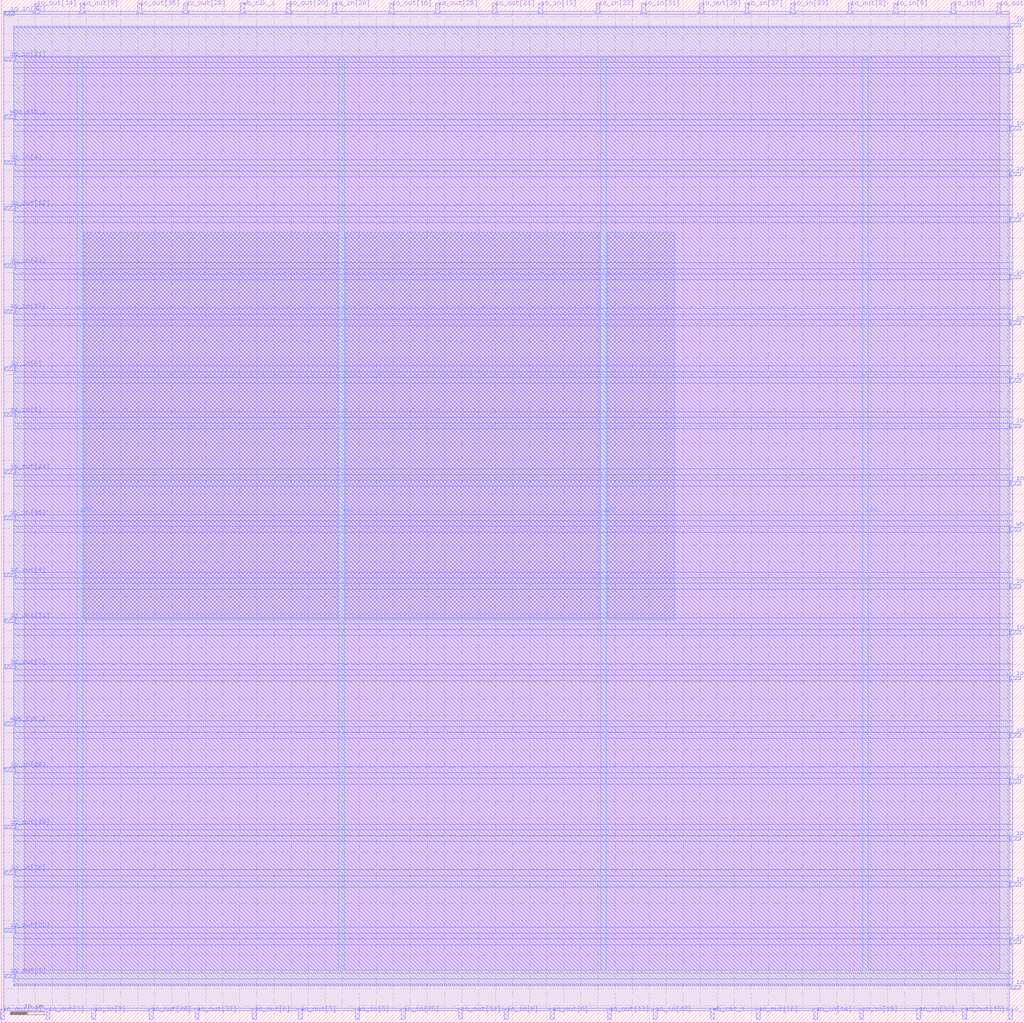
<source format=lef>
VERSION 5.7 ;
  NOWIREEXTENSIONATPIN ON ;
  DIVIDERCHAR "/" ;
  BUSBITCHARS "[]" ;
MACRO cntr_example
  CLASS BLOCK ;
  FOREIGN cntr_example ;
  ORIGIN 0.000 0.000 ;
  SIZE 300.000 BY 300.000 ;
  PIN io_in[0]
    DIRECTION INPUT ;
    USE SIGNAL ;
    PORT
      LAYER Metal3 ;
        RECT 1.000 191.240 4.000 192.360 ;
    END
  END io_in[0]
  PIN io_in[10]
    DIRECTION INPUT ;
    USE SIGNAL ;
    PORT
      LAYER Metal3 ;
        RECT 296.000 100.520 299.000 101.640 ;
    END
  END io_in[10]
  PIN io_in[11]
    DIRECTION INPUT ;
    USE SIGNAL ;
    PORT
      LAYER Metal3 ;
        RECT 296.000 113.960 299.000 115.080 ;
    END
  END io_in[11]
  PIN io_in[12]
    DIRECTION INPUT ;
    USE SIGNAL ;
    PORT
      LAYER Metal3 ;
        RECT 296.000 40.040 299.000 41.160 ;
    END
  END io_in[12]
  PIN io_in[13]
    DIRECTION INPUT ;
    USE SIGNAL ;
    PORT
      LAYER Metal2 ;
        RECT 157.640 296.000 158.760 299.000 ;
    END
  END io_in[13]
  PIN io_in[14]
    DIRECTION INPUT ;
    USE SIGNAL ;
    PORT
      LAYER Metal2 ;
        RECT 238.280 1.000 239.400 4.000 ;
    END
  END io_in[14]
  PIN io_in[15]
    DIRECTION INPUT ;
    USE SIGNAL ;
    PORT
      LAYER Metal3 ;
        RECT 296.000 187.880 299.000 189.000 ;
    END
  END io_in[15]
  PIN io_in[16]
    DIRECTION INPUT ;
    USE SIGNAL ;
    PORT
      LAYER Metal3 ;
        RECT 1.000 147.560 4.000 148.680 ;
    END
  END io_in[16]
  PIN io_in[17]
    DIRECTION INPUT ;
    USE SIGNAL ;
    PORT
      LAYER Metal3 ;
        RECT 1.000 208.040 4.000 209.160 ;
    END
  END io_in[17]
  PIN io_in[18]
    DIRECTION INPUT ;
    USE SIGNAL ;
    PORT
      LAYER Metal3 ;
        RECT 296.000 9.800 299.000 10.920 ;
    END
  END io_in[18]
  PIN io_in[19]
    DIRECTION INPUT ;
    USE SIGNAL ;
    PORT
      LAYER Metal2 ;
        RECT 251.720 1.000 252.840 4.000 ;
    END
  END io_in[19]
  PIN io_in[1]
    DIRECTION INPUT ;
    USE SIGNAL ;
    PORT
      LAYER Metal3 ;
        RECT 1.000 177.800 4.000 178.920 ;
    END
  END io_in[1]
  PIN io_in[20]
    DIRECTION INPUT ;
    USE SIGNAL ;
    PORT
      LAYER Metal2 ;
        RECT 295.400 1.000 296.520 4.000 ;
    END
  END io_in[20]
  PIN io_in[21]
    DIRECTION INPUT ;
    USE SIGNAL ;
    PORT
      LAYER Metal3 ;
        RECT 1.000 281.960 4.000 283.080 ;
    END
  END io_in[21]
  PIN io_in[22]
    DIRECTION INPUT ;
    USE SIGNAL ;
    PORT
      LAYER Metal2 ;
        RECT 174.440 296.000 175.560 299.000 ;
    END
  END io_in[22]
  PIN io_in[23]
    DIRECTION INPUT ;
    USE SIGNAL ;
    PORT
      LAYER Metal2 ;
        RECT 231.560 296.000 232.680 299.000 ;
    END
  END io_in[23]
  PIN io_in[24]
    DIRECTION INPUT ;
    USE SIGNAL ;
    PORT
      LAYER Metal3 ;
        RECT 1.000 221.480 4.000 222.600 ;
    END
  END io_in[24]
  PIN io_in[25]
    DIRECTION INPUT ;
    USE SIGNAL ;
    PORT
      LAYER Metal2 ;
        RECT 117.320 1.000 118.440 4.000 ;
    END
  END io_in[25]
  PIN io_in[26]
    DIRECTION INPUT ;
    USE SIGNAL ;
    PORT
      LAYER Metal3 ;
        RECT 1.000 43.400 4.000 44.520 ;
    END
  END io_in[26]
  PIN io_in[27]
    DIRECTION INPUT ;
    USE SIGNAL ;
    PORT
      LAYER Metal3 ;
        RECT 296.000 83.720 299.000 84.840 ;
    END
  END io_in[27]
  PIN io_in[28]
    DIRECTION INPUT ;
    USE SIGNAL ;
    PORT
      LAYER Metal3 ;
        RECT 296.000 204.680 299.000 205.800 ;
    END
  END io_in[28]
  PIN io_in[29]
    DIRECTION INPUT ;
    USE SIGNAL ;
    PORT
      LAYER Metal3 ;
        RECT 1.000 73.640 4.000 74.760 ;
    END
  END io_in[29]
  PIN io_in[2]
    DIRECTION INPUT ;
    USE SIGNAL ;
    PORT
      LAYER Metal3 ;
        RECT 296.000 248.360 299.000 249.480 ;
    END
  END io_in[2]
  PIN io_in[30]
    DIRECTION INPUT ;
    USE SIGNAL ;
    PORT
      LAYER Metal2 ;
        RECT 97.160 296.000 98.280 299.000 ;
    END
  END io_in[30]
  PIN io_in[31]
    DIRECTION INPUT ;
    USE SIGNAL ;
    PORT
      LAYER Metal2 ;
        RECT 187.880 296.000 189.000 299.000 ;
    END
  END io_in[31]
  PIN io_in[32]
    DIRECTION INPUT ;
    USE SIGNAL ;
    PORT
      LAYER Metal3 ;
        RECT 1.000 295.400 4.000 296.520 ;
    END
  END io_in[32]
  PIN io_in[33]
    DIRECTION INPUT ;
    USE SIGNAL ;
    PORT
      LAYER Metal2 ;
        RECT 191.240 1.000 192.360 4.000 ;
    END
  END io_in[33]
  PIN io_in[34]
    DIRECTION INPUT ;
    USE SIGNAL ;
    PORT
      LAYER Metal3 ;
        RECT 296.000 234.920 299.000 236.040 ;
    END
  END io_in[34]
  PIN io_in[35]
    DIRECTION INPUT ;
    USE SIGNAL ;
    PORT
      LAYER Metal3 ;
        RECT 296.000 261.800 299.000 262.920 ;
    END
  END io_in[35]
  PIN io_in[36]
    DIRECTION INPUT ;
    USE SIGNAL ;
    PORT
      LAYER Metal2 ;
        RECT 268.520 1.000 269.640 4.000 ;
    END
  END io_in[36]
  PIN io_in[37]
    DIRECTION INPUT ;
    USE SIGNAL ;
    PORT
      LAYER Metal2 ;
        RECT 218.120 296.000 219.240 299.000 ;
    END
  END io_in[37]
  PIN io_in[3]
    DIRECTION INPUT ;
    USE SIGNAL ;
    PORT
      LAYER Metal2 ;
        RECT 26.600 1.000 27.720 4.000 ;
    END
  END io_in[3]
  PIN io_in[4]
    DIRECTION INPUT ;
    USE SIGNAL ;
    PORT
      LAYER Metal3 ;
        RECT 1.000 251.720 4.000 252.840 ;
    END
  END io_in[4]
  PIN io_in[5]
    DIRECTION INPUT ;
    USE SIGNAL ;
    PORT
      LAYER Metal2 ;
        RECT 103.880 1.000 105.000 4.000 ;
    END
  END io_in[5]
  PIN io_in[6]
    DIRECTION INPUT ;
    USE SIGNAL ;
    PORT
      LAYER Metal2 ;
        RECT 278.600 296.000 279.720 299.000 ;
    END
  END io_in[6]
  PIN io_in[7]
    DIRECTION INPUT ;
    USE SIGNAL ;
    PORT
      LAYER Metal3 ;
        RECT 296.000 218.120 299.000 219.240 ;
    END
  END io_in[7]
  PIN io_in[8]
    DIRECTION INPUT ;
    USE SIGNAL ;
    PORT
      LAYER Metal2 ;
        RECT 147.560 1.000 148.680 4.000 ;
    END
  END io_in[8]
  PIN io_in[9]
    DIRECTION INPUT ;
    USE SIGNAL ;
    PORT
      LAYER Metal2 ;
        RECT 261.800 296.000 262.920 299.000 ;
    END
  END io_in[9]
  PIN io_out[0]
    DIRECTION OUTPUT TRISTATE ;
    USE SIGNAL ;
    PORT
      LAYER Metal2 ;
        RECT 73.640 1.000 74.760 4.000 ;
    END
  END io_out[0]
  PIN io_out[10]
    DIRECTION OUTPUT TRISTATE ;
    USE SIGNAL ;
    PORT
      LAYER Metal2 ;
        RECT 221.480 1.000 222.600 4.000 ;
    END
  END io_out[10]
  PIN io_out[11]
    DIRECTION OUTPUT TRISTATE ;
    USE SIGNAL ;
    PORT
      LAYER Metal3 ;
        RECT 296.000 70.280 299.000 71.400 ;
    END
  END io_out[11]
  PIN io_out[12]
    DIRECTION OUTPUT TRISTATE ;
    USE SIGNAL ;
    PORT
      LAYER Metal3 ;
        RECT 1.000 238.280 4.000 239.400 ;
    END
  END io_out[12]
  PIN io_out[13]
    DIRECTION OUTPUT TRISTATE ;
    USE SIGNAL ;
    PORT
      LAYER Metal2 ;
        RECT 177.800 1.000 178.920 4.000 ;
    END
  END io_out[13]
  PIN io_out[14]
    DIRECTION OUTPUT TRISTATE ;
    USE SIGNAL ;
    PORT
      LAYER Metal2 ;
        RECT 9.800 296.000 10.920 299.000 ;
    END
  END io_out[14]
  PIN io_out[15]
    DIRECTION OUTPUT TRISTATE ;
    USE SIGNAL ;
    PORT
      LAYER Metal2 ;
        RECT 281.960 1.000 283.080 4.000 ;
    END
  END io_out[15]
  PIN io_out[16]
    DIRECTION OUTPUT TRISTATE ;
    USE SIGNAL ;
    PORT
      LAYER Metal2 ;
        RECT 113.960 296.000 115.080 299.000 ;
    END
  END io_out[16]
  PIN io_out[17]
    DIRECTION OUTPUT TRISTATE ;
    USE SIGNAL ;
    PORT
      LAYER Metal3 ;
        RECT 296.000 53.480 299.000 54.600 ;
    END
  END io_out[17]
  PIN io_out[18]
    DIRECTION OUTPUT TRISTATE ;
    USE SIGNAL ;
    PORT
      LAYER Metal3 ;
        RECT 296.000 127.400 299.000 128.520 ;
    END
  END io_out[18]
  PIN io_out[19]
    DIRECTION OUTPUT TRISTATE ;
    USE SIGNAL ;
    PORT
      LAYER Metal3 ;
        RECT 1.000 56.840 4.000 57.960 ;
    END
  END io_out[19]
  PIN io_out[1]
    DIRECTION OUTPUT TRISTATE ;
    USE SIGNAL ;
    PORT
      LAYER Metal3 ;
        RECT 1.000 13.160 4.000 14.280 ;
    END
  END io_out[1]
  PIN io_out[20]
    DIRECTION OUTPUT TRISTATE ;
    USE SIGNAL ;
    PORT
      LAYER Metal2 ;
        RECT 83.720 296.000 84.840 299.000 ;
    END
  END io_out[20]
  PIN io_out[21]
    DIRECTION OUTPUT TRISTATE ;
    USE SIGNAL ;
    PORT
      LAYER Metal2 ;
        RECT 144.200 296.000 145.320 299.000 ;
    END
  END io_out[21]
  PIN io_out[22]
    DIRECTION OUTPUT TRISTATE ;
    USE SIGNAL ;
    PORT
      LAYER Metal3 ;
        RECT 1.000 26.600 4.000 27.720 ;
    END
  END io_out[22]
  PIN io_out[23]
    DIRECTION OUTPUT TRISTATE ;
    USE SIGNAL ;
    PORT
      LAYER Metal2 ;
        RECT -0.280 1.000 0.840 4.000 ;
    END
  END io_out[23]
  PIN io_out[24]
    DIRECTION OUTPUT TRISTATE ;
    USE SIGNAL ;
    PORT
      LAYER Metal3 ;
        RECT 1.000 161.000 4.000 162.120 ;
    END
  END io_out[24]
  PIN io_out[25]
    DIRECTION OUTPUT TRISTATE ;
    USE SIGNAL ;
    PORT
      LAYER Metal2 ;
        RECT 127.400 296.000 128.520 299.000 ;
    END
  END io_out[25]
  PIN io_out[26]
    DIRECTION OUTPUT TRISTATE ;
    USE SIGNAL ;
    PORT
      LAYER Metal2 ;
        RECT 204.680 296.000 205.800 299.000 ;
    END
  END io_out[26]
  PIN io_out[27]
    DIRECTION OUTPUT TRISTATE ;
    USE SIGNAL ;
    PORT
      LAYER Metal2 ;
        RECT 292.040 296.000 293.160 299.000 ;
    END
  END io_out[27]
  PIN io_out[28]
    DIRECTION OUTPUT TRISTATE ;
    USE SIGNAL ;
    PORT
      LAYER Metal2 ;
        RECT 53.480 296.000 54.600 299.000 ;
    END
  END io_out[28]
  PIN io_out[29]
    DIRECTION OUTPUT TRISTATE ;
    USE SIGNAL ;
    PORT
      LAYER Metal2 ;
        RECT 43.400 1.000 44.520 4.000 ;
    END
  END io_out[29]
  PIN io_out[2]
    DIRECTION OUTPUT TRISTATE ;
    USE SIGNAL ;
    PORT
      LAYER Metal2 ;
        RECT 13.160 1.000 14.280 4.000 ;
    END
  END io_out[2]
  PIN io_out[30]
    DIRECTION OUTPUT TRISTATE ;
    USE SIGNAL ;
    PORT
      LAYER Metal3 ;
        RECT 296.000 292.040 299.000 293.160 ;
    END
  END io_out[30]
  PIN io_out[31]
    DIRECTION OUTPUT TRISTATE ;
    USE SIGNAL ;
    PORT
      LAYER Metal3 ;
        RECT 1.000 117.320 4.000 118.440 ;
    END
  END io_out[31]
  PIN io_out[32]
    DIRECTION OUTPUT TRISTATE ;
    USE SIGNAL ;
    PORT
      LAYER Metal2 ;
        RECT 134.120 1.000 135.240 4.000 ;
    END
  END io_out[32]
  PIN io_out[33]
    DIRECTION OUTPUT TRISTATE ;
    USE SIGNAL ;
    PORT
      LAYER Metal3 ;
        RECT 296.000 278.600 299.000 279.720 ;
    END
  END io_out[33]
  PIN io_out[34]
    DIRECTION OUTPUT TRISTATE ;
    USE SIGNAL ;
    PORT
      LAYER Metal3 ;
        RECT 296.000 23.240 299.000 24.360 ;
    END
  END io_out[34]
  PIN io_out[35]
    DIRECTION OUTPUT TRISTATE ;
    USE SIGNAL ;
    PORT
      LAYER Metal2 ;
        RECT 40.040 296.000 41.160 299.000 ;
    END
  END io_out[35]
  PIN io_out[36]
    DIRECTION OUTPUT TRISTATE ;
    USE SIGNAL ;
    PORT
      LAYER Metal3 ;
        RECT 296.000 157.640 299.000 158.760 ;
    END
  END io_out[36]
  PIN io_out[37]
    DIRECTION OUTPUT TRISTATE ;
    USE SIGNAL ;
    PORT
      LAYER Metal2 ;
        RECT 56.840 1.000 57.960 4.000 ;
    END
  END io_out[37]
  PIN io_out[3]
    DIRECTION OUTPUT TRISTATE ;
    USE SIGNAL ;
    PORT
      LAYER Metal2 ;
        RECT 87.080 1.000 88.200 4.000 ;
    END
  END io_out[3]
  PIN io_out[4]
    DIRECTION OUTPUT TRISTATE ;
    USE SIGNAL ;
    PORT
      LAYER Metal3 ;
        RECT 1.000 130.760 4.000 131.880 ;
    END
  END io_out[4]
  PIN io_out[5]
    DIRECTION OUTPUT TRISTATE ;
    USE SIGNAL ;
    PORT
      LAYER Metal3 ;
        RECT 296.000 174.440 299.000 175.560 ;
    END
  END io_out[5]
  PIN io_out[6]
    DIRECTION OUTPUT TRISTATE ;
    USE SIGNAL ;
    PORT
      LAYER Metal2 ;
        RECT 161.000 1.000 162.120 4.000 ;
    END
  END io_out[6]
  PIN io_out[7]
    DIRECTION OUTPUT TRISTATE ;
    USE SIGNAL ;
    PORT
      LAYER Metal3 ;
        RECT 1.000 103.880 4.000 105.000 ;
    END
  END io_out[7]
  PIN io_out[8]
    DIRECTION OUTPUT TRISTATE ;
    USE SIGNAL ;
    PORT
      LAYER Metal2 ;
        RECT 248.360 296.000 249.480 299.000 ;
    END
  END io_out[8]
  PIN io_out[9]
    DIRECTION OUTPUT TRISTATE ;
    USE SIGNAL ;
    PORT
      LAYER Metal2 ;
        RECT 23.240 296.000 24.360 299.000 ;
    END
  END io_out[9]
  PIN vdd
    DIRECTION INOUT ;
    USE POWER ;
    PORT
      LAYER Metal4 ;
        RECT 22.240 15.380 23.840 282.540 ;
    END
    PORT
      LAYER Metal4 ;
        RECT 175.840 15.380 177.440 282.540 ;
    END
  END vdd
  PIN vss
    DIRECTION INOUT ;
    USE GROUND ;
    PORT
      LAYER Metal4 ;
        RECT 99.040 15.380 100.640 282.540 ;
    END
    PORT
      LAYER Metal4 ;
        RECT 252.640 15.380 254.240 282.540 ;
    END
  END vss
  PIN wb_clk_i
    DIRECTION INPUT ;
    USE SIGNAL ;
    PORT
      LAYER Metal2 ;
        RECT 70.280 296.000 71.400 299.000 ;
    END
  END wb_clk_i
  PIN wb_rst_i
    DIRECTION INPUT ;
    USE SIGNAL ;
    PORT
      LAYER Metal2 ;
        RECT 208.040 1.000 209.160 4.000 ;
    END
  END wb_rst_i
  PIN wbs_cyc_i
    DIRECTION INPUT ;
    USE SIGNAL ;
    PORT
      LAYER Metal3 ;
        RECT 1.000 87.080 4.000 88.200 ;
    END
  END wbs_cyc_i
  PIN wbs_stb_i
    DIRECTION INPUT ;
    USE SIGNAL ;
    PORT
      LAYER Metal3 ;
        RECT 1.000 265.160 4.000 266.280 ;
    END
  END wbs_stb_i
  PIN wbs_we_i
    DIRECTION INPUT ;
    USE SIGNAL ;
    PORT
      LAYER Metal3 ;
        RECT 296.000 144.200 299.000 145.320 ;
    END
  END wbs_we_i
  OBS
      LAYER Metal1 ;
        RECT 6.720 15.380 292.880 283.210 ;
      LAYER Metal2 ;
        RECT 0.700 295.700 9.500 296.660 ;
        RECT 11.220 295.700 22.940 296.660 ;
        RECT 24.660 295.700 39.740 296.660 ;
        RECT 41.460 295.700 53.180 296.660 ;
        RECT 54.900 295.700 69.980 296.660 ;
        RECT 71.700 295.700 83.420 296.660 ;
        RECT 85.140 295.700 96.860 296.660 ;
        RECT 98.580 295.700 113.660 296.660 ;
        RECT 115.380 295.700 127.100 296.660 ;
        RECT 128.820 295.700 143.900 296.660 ;
        RECT 145.620 295.700 157.340 296.660 ;
        RECT 159.060 295.700 174.140 296.660 ;
        RECT 175.860 295.700 187.580 296.660 ;
        RECT 189.300 295.700 204.380 296.660 ;
        RECT 206.100 295.700 217.820 296.660 ;
        RECT 219.540 295.700 231.260 296.660 ;
        RECT 232.980 295.700 248.060 296.660 ;
        RECT 249.780 295.700 261.500 296.660 ;
        RECT 263.220 295.700 278.300 296.660 ;
        RECT 280.020 295.700 291.740 296.660 ;
        RECT 293.460 295.700 295.540 296.660 ;
        RECT 0.700 4.300 295.540 295.700 ;
        RECT 1.140 3.500 12.860 4.300 ;
        RECT 14.580 3.500 26.300 4.300 ;
        RECT 28.020 3.500 43.100 4.300 ;
        RECT 44.820 3.500 56.540 4.300 ;
        RECT 58.260 3.500 73.340 4.300 ;
        RECT 75.060 3.500 86.780 4.300 ;
        RECT 88.500 3.500 103.580 4.300 ;
        RECT 105.300 3.500 117.020 4.300 ;
        RECT 118.740 3.500 133.820 4.300 ;
        RECT 135.540 3.500 147.260 4.300 ;
        RECT 148.980 3.500 160.700 4.300 ;
        RECT 162.420 3.500 177.500 4.300 ;
        RECT 179.220 3.500 190.940 4.300 ;
        RECT 192.660 3.500 207.740 4.300 ;
        RECT 209.460 3.500 221.180 4.300 ;
        RECT 222.900 3.500 237.980 4.300 ;
        RECT 239.700 3.500 251.420 4.300 ;
        RECT 253.140 3.500 268.220 4.300 ;
        RECT 269.940 3.500 281.660 4.300 ;
        RECT 283.380 3.500 295.100 4.300 ;
      LAYER Metal3 ;
        RECT 3.640 291.740 295.700 292.180 ;
        RECT 3.640 283.380 296.660 291.740 ;
        RECT 4.300 281.660 296.660 283.380 ;
        RECT 3.640 280.020 296.660 281.660 ;
        RECT 3.640 278.300 295.700 280.020 ;
        RECT 3.640 266.580 296.660 278.300 ;
        RECT 4.300 264.860 296.660 266.580 ;
        RECT 3.640 263.220 296.660 264.860 ;
        RECT 3.640 261.500 295.700 263.220 ;
        RECT 3.640 253.140 296.660 261.500 ;
        RECT 4.300 251.420 296.660 253.140 ;
        RECT 3.640 249.780 296.660 251.420 ;
        RECT 3.640 248.060 295.700 249.780 ;
        RECT 3.640 239.700 296.660 248.060 ;
        RECT 4.300 237.980 296.660 239.700 ;
        RECT 3.640 236.340 296.660 237.980 ;
        RECT 3.640 234.620 295.700 236.340 ;
        RECT 3.640 222.900 296.660 234.620 ;
        RECT 4.300 221.180 296.660 222.900 ;
        RECT 3.640 219.540 296.660 221.180 ;
        RECT 3.640 217.820 295.700 219.540 ;
        RECT 3.640 209.460 296.660 217.820 ;
        RECT 4.300 207.740 296.660 209.460 ;
        RECT 3.640 206.100 296.660 207.740 ;
        RECT 3.640 204.380 295.700 206.100 ;
        RECT 3.640 192.660 296.660 204.380 ;
        RECT 4.300 190.940 296.660 192.660 ;
        RECT 3.640 189.300 296.660 190.940 ;
        RECT 3.640 187.580 295.700 189.300 ;
        RECT 3.640 179.220 296.660 187.580 ;
        RECT 4.300 177.500 296.660 179.220 ;
        RECT 3.640 175.860 296.660 177.500 ;
        RECT 3.640 174.140 295.700 175.860 ;
        RECT 3.640 162.420 296.660 174.140 ;
        RECT 4.300 160.700 296.660 162.420 ;
        RECT 3.640 159.060 296.660 160.700 ;
        RECT 3.640 157.340 295.700 159.060 ;
        RECT 3.640 148.980 296.660 157.340 ;
        RECT 4.300 147.260 296.660 148.980 ;
        RECT 3.640 145.620 296.660 147.260 ;
        RECT 3.640 143.900 295.700 145.620 ;
        RECT 3.640 132.180 296.660 143.900 ;
        RECT 4.300 130.460 296.660 132.180 ;
        RECT 3.640 128.820 296.660 130.460 ;
        RECT 3.640 127.100 295.700 128.820 ;
        RECT 3.640 118.740 296.660 127.100 ;
        RECT 4.300 117.020 296.660 118.740 ;
        RECT 3.640 115.380 296.660 117.020 ;
        RECT 3.640 113.660 295.700 115.380 ;
        RECT 3.640 105.300 296.660 113.660 ;
        RECT 4.300 103.580 296.660 105.300 ;
        RECT 3.640 101.940 296.660 103.580 ;
        RECT 3.640 100.220 295.700 101.940 ;
        RECT 3.640 88.500 296.660 100.220 ;
        RECT 4.300 86.780 296.660 88.500 ;
        RECT 3.640 85.140 296.660 86.780 ;
        RECT 3.640 83.420 295.700 85.140 ;
        RECT 3.640 75.060 296.660 83.420 ;
        RECT 4.300 73.340 296.660 75.060 ;
        RECT 3.640 71.700 296.660 73.340 ;
        RECT 3.640 69.980 295.700 71.700 ;
        RECT 3.640 58.260 296.660 69.980 ;
        RECT 4.300 56.540 296.660 58.260 ;
        RECT 3.640 54.900 296.660 56.540 ;
        RECT 3.640 53.180 295.700 54.900 ;
        RECT 3.640 44.820 296.660 53.180 ;
        RECT 4.300 43.100 296.660 44.820 ;
        RECT 3.640 41.460 296.660 43.100 ;
        RECT 3.640 39.740 295.700 41.460 ;
        RECT 3.640 28.020 296.660 39.740 ;
        RECT 4.300 26.300 296.660 28.020 ;
        RECT 3.640 24.660 296.660 26.300 ;
        RECT 3.640 22.940 295.700 24.660 ;
        RECT 3.640 14.580 296.660 22.940 ;
        RECT 4.300 12.860 296.660 14.580 ;
        RECT 3.640 11.220 296.660 12.860 ;
        RECT 3.640 10.780 295.700 11.220 ;
      LAYER Metal4 ;
        RECT 24.220 118.250 98.740 231.750 ;
        RECT 100.940 118.250 175.540 231.750 ;
        RECT 177.740 118.250 197.540 231.750 ;
  END
END cntr_example
END LIBRARY


</source>
